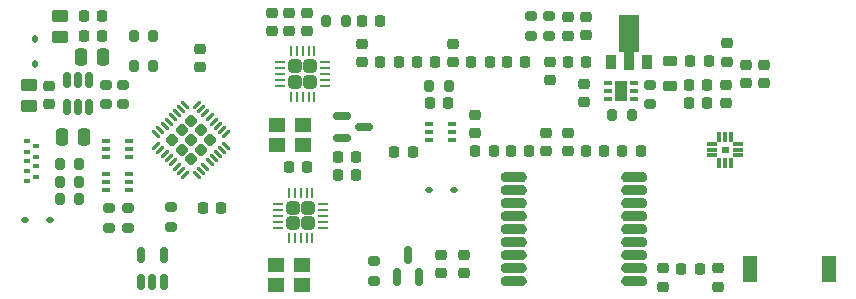
<source format=gbr>
%TF.GenerationSoftware,KiCad,Pcbnew,7.0.5-0*%
%TF.CreationDate,2024-02-03T13:41:04-08:00*%
%TF.ProjectId,transponder-11.9.1,7472616e-7370-46f6-9e64-65722d31312e,rev?*%
%TF.SameCoordinates,Original*%
%TF.FileFunction,Paste,Top*%
%TF.FilePolarity,Positive*%
%FSLAX46Y46*%
G04 Gerber Fmt 4.6, Leading zero omitted, Abs format (unit mm)*
G04 Created by KiCad (PCBNEW 7.0.5-0) date 2024-02-03 13:41:04*
%MOMM*%
%LPD*%
G01*
G04 APERTURE LIST*
G04 Aperture macros list*
%AMRoundRect*
0 Rectangle with rounded corners*
0 $1 Rounding radius*
0 $2 $3 $4 $5 $6 $7 $8 $9 X,Y pos of 4 corners*
0 Add a 4 corners polygon primitive as box body*
4,1,4,$2,$3,$4,$5,$6,$7,$8,$9,$2,$3,0*
0 Add four circle primitives for the rounded corners*
1,1,$1+$1,$2,$3*
1,1,$1+$1,$4,$5*
1,1,$1+$1,$6,$7*
1,1,$1+$1,$8,$9*
0 Add four rect primitives between the rounded corners*
20,1,$1+$1,$2,$3,$4,$5,0*
20,1,$1+$1,$4,$5,$6,$7,0*
20,1,$1+$1,$6,$7,$8,$9,0*
20,1,$1+$1,$8,$9,$2,$3,0*%
%AMFreePoly0*
4,1,9,3.862500,-0.866500,0.737500,-0.866500,0.737500,-0.450000,-0.737500,-0.450000,-0.737500,0.450000,0.737500,0.450000,0.737500,0.866500,3.862500,0.866500,3.862500,-0.866500,3.862500,-0.866500,$1*%
G04 Aperture macros list end*
%ADD10C,0.010000*%
%ADD11C,0.000100*%
%ADD12RoundRect,0.225000X-0.250000X0.225000X-0.250000X-0.225000X0.250000X-0.225000X0.250000X0.225000X0*%
%ADD13R,0.650000X0.400000*%
%ADD14R,0.650000X0.350000*%
%ADD15R,1.100000X1.700000*%
%ADD16RoundRect,0.225000X0.250000X-0.225000X0.250000X0.225000X-0.250000X0.225000X-0.250000X-0.225000X0*%
%ADD17RoundRect,0.225000X-0.225000X-0.250000X0.225000X-0.250000X0.225000X0.250000X-0.225000X0.250000X0*%
%ADD18RoundRect,0.250000X-0.450000X0.262500X-0.450000X-0.262500X0.450000X-0.262500X0.450000X0.262500X0*%
%ADD19RoundRect,0.006600X0.393400X0.103400X-0.393400X0.103400X-0.393400X-0.103400X0.393400X-0.103400X0*%
%ADD20RoundRect,0.017600X0.092400X0.382400X-0.092400X0.382400X-0.092400X-0.382400X0.092400X-0.382400X0*%
%ADD21RoundRect,0.225000X0.225000X0.250000X-0.225000X0.250000X-0.225000X-0.250000X0.225000X-0.250000X0*%
%ADD22RoundRect,0.218750X0.381250X-0.218750X0.381250X0.218750X-0.381250X0.218750X-0.381250X-0.218750X0*%
%ADD23RoundRect,0.200000X0.275000X-0.200000X0.275000X0.200000X-0.275000X0.200000X-0.275000X-0.200000X0*%
%ADD24R,1.400000X1.200000*%
%ADD25RoundRect,0.218750X0.256250X-0.218750X0.256250X0.218750X-0.256250X0.218750X-0.256250X-0.218750X0*%
%ADD26RoundRect,0.218750X-0.218750X-0.256250X0.218750X-0.256250X0.218750X0.256250X-0.218750X0.256250X0*%
%ADD27RoundRect,0.150000X-0.587500X-0.150000X0.587500X-0.150000X0.587500X0.150000X-0.587500X0.150000X0*%
%ADD28RoundRect,0.112500X0.112500X-0.187500X0.112500X0.187500X-0.112500X0.187500X-0.112500X-0.187500X0*%
%ADD29RoundRect,0.200000X-0.275000X0.200000X-0.275000X-0.200000X0.275000X-0.200000X0.275000X0.200000X0*%
%ADD30RoundRect,0.150000X0.150000X-0.587500X0.150000X0.587500X-0.150000X0.587500X-0.150000X-0.587500X0*%
%ADD31R,0.508000X0.304800*%
%ADD32RoundRect,0.200000X0.200000X0.275000X-0.200000X0.275000X-0.200000X-0.275000X0.200000X-0.275000X0*%
%ADD33RoundRect,0.218750X-0.256250X0.218750X-0.256250X-0.218750X0.256250X-0.218750X0.256250X0.218750X0*%
%ADD34RoundRect,0.112500X0.187500X0.112500X-0.187500X0.112500X-0.187500X-0.112500X0.187500X-0.112500X0*%
%ADD35RoundRect,0.200000X-0.200000X-0.275000X0.200000X-0.275000X0.200000X0.275000X-0.200000X0.275000X0*%
%ADD36RoundRect,0.232500X0.328805X0.000000X0.000000X0.328805X-0.328805X0.000000X0.000000X-0.328805X0*%
%ADD37RoundRect,0.062500X0.309359X-0.220971X-0.220971X0.309359X-0.309359X0.220971X0.220971X-0.309359X0*%
%ADD38RoundRect,0.062500X0.309359X0.220971X0.220971X0.309359X-0.309359X-0.220971X-0.220971X-0.309359X0*%
%ADD39RoundRect,0.250000X-0.250000X-0.475000X0.250000X-0.475000X0.250000X0.475000X-0.250000X0.475000X0*%
%ADD40RoundRect,0.250000X0.315000X0.315000X-0.315000X0.315000X-0.315000X-0.315000X0.315000X-0.315000X0*%
%ADD41RoundRect,0.062500X0.362500X0.062500X-0.362500X0.062500X-0.362500X-0.062500X0.362500X-0.062500X0*%
%ADD42RoundRect,0.062500X0.062500X0.362500X-0.062500X0.362500X-0.062500X-0.362500X0.062500X-0.362500X0*%
%ADD43RoundRect,0.150000X0.150000X-0.512500X0.150000X0.512500X-0.150000X0.512500X-0.150000X-0.512500X0*%
%ADD44R,1.168400X2.209800*%
%ADD45R,0.900000X1.300000*%
%ADD46FreePoly0,90.000000*%
%ADD47RoundRect,0.218750X0.218750X0.256250X-0.218750X0.256250X-0.218750X-0.256250X0.218750X-0.256250X0*%
G04 APERTURE END LIST*
%TO.C,U8*%
D10*
X181280000Y-101440000D02*
X180800000Y-101440000D01*
X180800000Y-100960000D01*
X181280000Y-100960000D01*
X181280000Y-101440000D01*
G36*
X181280000Y-101440000D02*
G01*
X180800000Y-101440000D01*
X180800000Y-100960000D01*
X181280000Y-100960000D01*
X181280000Y-101440000D01*
G37*
%TO.C,U4*%
D11*
X163792000Y-103102000D02*
X163833000Y-103109000D01*
X163874000Y-103120000D01*
X163913000Y-103135000D01*
X163950000Y-103154000D01*
X163985000Y-103176000D01*
X164018000Y-103203000D01*
X164047000Y-103232000D01*
X164074000Y-103265000D01*
X164096000Y-103300000D01*
X164115000Y-103337000D01*
X164130000Y-103376000D01*
X164141000Y-103417000D01*
X164148000Y-103458000D01*
X164150000Y-103500000D01*
X164148000Y-103542000D01*
X164141000Y-103583000D01*
X164130000Y-103624000D01*
X164115000Y-103663000D01*
X164096000Y-103700000D01*
X164074000Y-103735000D01*
X164047000Y-103768000D01*
X164018000Y-103797000D01*
X163985000Y-103824000D01*
X163950000Y-103846000D01*
X163913000Y-103865000D01*
X163874000Y-103880000D01*
X163833000Y-103891000D01*
X163792000Y-103898000D01*
X163750000Y-103900000D01*
X162450000Y-103900000D01*
X162408000Y-103898000D01*
X162367000Y-103891000D01*
X162326000Y-103880000D01*
X162287000Y-103865000D01*
X162250000Y-103846000D01*
X162215000Y-103824000D01*
X162182000Y-103797000D01*
X162153000Y-103768000D01*
X162126000Y-103735000D01*
X162104000Y-103700000D01*
X162085000Y-103663000D01*
X162070000Y-103624000D01*
X162059000Y-103583000D01*
X162052000Y-103542000D01*
X162050000Y-103500000D01*
X162052000Y-103458000D01*
X162059000Y-103417000D01*
X162070000Y-103376000D01*
X162085000Y-103337000D01*
X162104000Y-103300000D01*
X162126000Y-103265000D01*
X162153000Y-103232000D01*
X162182000Y-103203000D01*
X162215000Y-103176000D01*
X162250000Y-103154000D01*
X162287000Y-103135000D01*
X162326000Y-103120000D01*
X162367000Y-103109000D01*
X162408000Y-103102000D01*
X162450000Y-103100000D01*
X163100000Y-103100000D01*
X163750000Y-103100000D01*
X163792000Y-103102000D01*
G36*
X163792000Y-103102000D02*
G01*
X163833000Y-103109000D01*
X163874000Y-103120000D01*
X163913000Y-103135000D01*
X163950000Y-103154000D01*
X163985000Y-103176000D01*
X164018000Y-103203000D01*
X164047000Y-103232000D01*
X164074000Y-103265000D01*
X164096000Y-103300000D01*
X164115000Y-103337000D01*
X164130000Y-103376000D01*
X164141000Y-103417000D01*
X164148000Y-103458000D01*
X164150000Y-103500000D01*
X164148000Y-103542000D01*
X164141000Y-103583000D01*
X164130000Y-103624000D01*
X164115000Y-103663000D01*
X164096000Y-103700000D01*
X164074000Y-103735000D01*
X164047000Y-103768000D01*
X164018000Y-103797000D01*
X163985000Y-103824000D01*
X163950000Y-103846000D01*
X163913000Y-103865000D01*
X163874000Y-103880000D01*
X163833000Y-103891000D01*
X163792000Y-103898000D01*
X163750000Y-103900000D01*
X162450000Y-103900000D01*
X162408000Y-103898000D01*
X162367000Y-103891000D01*
X162326000Y-103880000D01*
X162287000Y-103865000D01*
X162250000Y-103846000D01*
X162215000Y-103824000D01*
X162182000Y-103797000D01*
X162153000Y-103768000D01*
X162126000Y-103735000D01*
X162104000Y-103700000D01*
X162085000Y-103663000D01*
X162070000Y-103624000D01*
X162059000Y-103583000D01*
X162052000Y-103542000D01*
X162050000Y-103500000D01*
X162052000Y-103458000D01*
X162059000Y-103417000D01*
X162070000Y-103376000D01*
X162085000Y-103337000D01*
X162104000Y-103300000D01*
X162126000Y-103265000D01*
X162153000Y-103232000D01*
X162182000Y-103203000D01*
X162215000Y-103176000D01*
X162250000Y-103154000D01*
X162287000Y-103135000D01*
X162326000Y-103120000D01*
X162367000Y-103109000D01*
X162408000Y-103102000D01*
X162450000Y-103100000D01*
X163100000Y-103100000D01*
X163750000Y-103100000D01*
X163792000Y-103102000D01*
G37*
X163792000Y-104202000D02*
X163833000Y-104209000D01*
X163874000Y-104220000D01*
X163913000Y-104235000D01*
X163950000Y-104254000D01*
X163985000Y-104276000D01*
X164018000Y-104303000D01*
X164047000Y-104332000D01*
X164074000Y-104365000D01*
X164096000Y-104400000D01*
X164115000Y-104437000D01*
X164130000Y-104476000D01*
X164141000Y-104517000D01*
X164148000Y-104558000D01*
X164150000Y-104600000D01*
X164148000Y-104642000D01*
X164141000Y-104683000D01*
X164130000Y-104724000D01*
X164115000Y-104763000D01*
X164096000Y-104800000D01*
X164074000Y-104835000D01*
X164047000Y-104868000D01*
X164018000Y-104897000D01*
X163985000Y-104924000D01*
X163950000Y-104946000D01*
X163913000Y-104965000D01*
X163874000Y-104980000D01*
X163833000Y-104991000D01*
X163792000Y-104998000D01*
X163750000Y-105000000D01*
X162450000Y-105000000D01*
X162408000Y-104998000D01*
X162367000Y-104991000D01*
X162326000Y-104980000D01*
X162287000Y-104965000D01*
X162250000Y-104946000D01*
X162215000Y-104924000D01*
X162182000Y-104897000D01*
X162153000Y-104868000D01*
X162126000Y-104835000D01*
X162104000Y-104800000D01*
X162085000Y-104763000D01*
X162070000Y-104724000D01*
X162059000Y-104683000D01*
X162052000Y-104642000D01*
X162050000Y-104600000D01*
X162052000Y-104558000D01*
X162059000Y-104517000D01*
X162070000Y-104476000D01*
X162085000Y-104437000D01*
X162104000Y-104400000D01*
X162126000Y-104365000D01*
X162153000Y-104332000D01*
X162182000Y-104303000D01*
X162215000Y-104276000D01*
X162250000Y-104254000D01*
X162287000Y-104235000D01*
X162326000Y-104220000D01*
X162367000Y-104209000D01*
X162408000Y-104202000D01*
X162450000Y-104200000D01*
X163100000Y-104200000D01*
X163750000Y-104200000D01*
X163792000Y-104202000D01*
G36*
X163792000Y-104202000D02*
G01*
X163833000Y-104209000D01*
X163874000Y-104220000D01*
X163913000Y-104235000D01*
X163950000Y-104254000D01*
X163985000Y-104276000D01*
X164018000Y-104303000D01*
X164047000Y-104332000D01*
X164074000Y-104365000D01*
X164096000Y-104400000D01*
X164115000Y-104437000D01*
X164130000Y-104476000D01*
X164141000Y-104517000D01*
X164148000Y-104558000D01*
X164150000Y-104600000D01*
X164148000Y-104642000D01*
X164141000Y-104683000D01*
X164130000Y-104724000D01*
X164115000Y-104763000D01*
X164096000Y-104800000D01*
X164074000Y-104835000D01*
X164047000Y-104868000D01*
X164018000Y-104897000D01*
X163985000Y-104924000D01*
X163950000Y-104946000D01*
X163913000Y-104965000D01*
X163874000Y-104980000D01*
X163833000Y-104991000D01*
X163792000Y-104998000D01*
X163750000Y-105000000D01*
X162450000Y-105000000D01*
X162408000Y-104998000D01*
X162367000Y-104991000D01*
X162326000Y-104980000D01*
X162287000Y-104965000D01*
X162250000Y-104946000D01*
X162215000Y-104924000D01*
X162182000Y-104897000D01*
X162153000Y-104868000D01*
X162126000Y-104835000D01*
X162104000Y-104800000D01*
X162085000Y-104763000D01*
X162070000Y-104724000D01*
X162059000Y-104683000D01*
X162052000Y-104642000D01*
X162050000Y-104600000D01*
X162052000Y-104558000D01*
X162059000Y-104517000D01*
X162070000Y-104476000D01*
X162085000Y-104437000D01*
X162104000Y-104400000D01*
X162126000Y-104365000D01*
X162153000Y-104332000D01*
X162182000Y-104303000D01*
X162215000Y-104276000D01*
X162250000Y-104254000D01*
X162287000Y-104235000D01*
X162326000Y-104220000D01*
X162367000Y-104209000D01*
X162408000Y-104202000D01*
X162450000Y-104200000D01*
X163100000Y-104200000D01*
X163750000Y-104200000D01*
X163792000Y-104202000D01*
G37*
X163792000Y-105302000D02*
X163833000Y-105309000D01*
X163874000Y-105320000D01*
X163913000Y-105335000D01*
X163950000Y-105354000D01*
X163985000Y-105376000D01*
X164018000Y-105403000D01*
X164047000Y-105432000D01*
X164074000Y-105465000D01*
X164096000Y-105500000D01*
X164115000Y-105537000D01*
X164130000Y-105576000D01*
X164141000Y-105617000D01*
X164148000Y-105658000D01*
X164150000Y-105700000D01*
X164148000Y-105742000D01*
X164141000Y-105783000D01*
X164130000Y-105824000D01*
X164115000Y-105863000D01*
X164096000Y-105900000D01*
X164074000Y-105935000D01*
X164047000Y-105968000D01*
X164018000Y-105997000D01*
X163985000Y-106024000D01*
X163950000Y-106046000D01*
X163913000Y-106065000D01*
X163874000Y-106080000D01*
X163833000Y-106091000D01*
X163792000Y-106098000D01*
X163750000Y-106100000D01*
X162450000Y-106100000D01*
X162408000Y-106098000D01*
X162367000Y-106091000D01*
X162326000Y-106080000D01*
X162287000Y-106065000D01*
X162250000Y-106046000D01*
X162215000Y-106024000D01*
X162182000Y-105997000D01*
X162153000Y-105968000D01*
X162126000Y-105935000D01*
X162104000Y-105900000D01*
X162085000Y-105863000D01*
X162070000Y-105824000D01*
X162059000Y-105783000D01*
X162052000Y-105742000D01*
X162050000Y-105700000D01*
X162052000Y-105658000D01*
X162059000Y-105617000D01*
X162070000Y-105576000D01*
X162085000Y-105537000D01*
X162104000Y-105500000D01*
X162126000Y-105465000D01*
X162153000Y-105432000D01*
X162182000Y-105403000D01*
X162215000Y-105376000D01*
X162250000Y-105354000D01*
X162287000Y-105335000D01*
X162326000Y-105320000D01*
X162367000Y-105309000D01*
X162408000Y-105302000D01*
X162450000Y-105300000D01*
X163100000Y-105300000D01*
X163750000Y-105300000D01*
X163792000Y-105302000D01*
G36*
X163792000Y-105302000D02*
G01*
X163833000Y-105309000D01*
X163874000Y-105320000D01*
X163913000Y-105335000D01*
X163950000Y-105354000D01*
X163985000Y-105376000D01*
X164018000Y-105403000D01*
X164047000Y-105432000D01*
X164074000Y-105465000D01*
X164096000Y-105500000D01*
X164115000Y-105537000D01*
X164130000Y-105576000D01*
X164141000Y-105617000D01*
X164148000Y-105658000D01*
X164150000Y-105700000D01*
X164148000Y-105742000D01*
X164141000Y-105783000D01*
X164130000Y-105824000D01*
X164115000Y-105863000D01*
X164096000Y-105900000D01*
X164074000Y-105935000D01*
X164047000Y-105968000D01*
X164018000Y-105997000D01*
X163985000Y-106024000D01*
X163950000Y-106046000D01*
X163913000Y-106065000D01*
X163874000Y-106080000D01*
X163833000Y-106091000D01*
X163792000Y-106098000D01*
X163750000Y-106100000D01*
X162450000Y-106100000D01*
X162408000Y-106098000D01*
X162367000Y-106091000D01*
X162326000Y-106080000D01*
X162287000Y-106065000D01*
X162250000Y-106046000D01*
X162215000Y-106024000D01*
X162182000Y-105997000D01*
X162153000Y-105968000D01*
X162126000Y-105935000D01*
X162104000Y-105900000D01*
X162085000Y-105863000D01*
X162070000Y-105824000D01*
X162059000Y-105783000D01*
X162052000Y-105742000D01*
X162050000Y-105700000D01*
X162052000Y-105658000D01*
X162059000Y-105617000D01*
X162070000Y-105576000D01*
X162085000Y-105537000D01*
X162104000Y-105500000D01*
X162126000Y-105465000D01*
X162153000Y-105432000D01*
X162182000Y-105403000D01*
X162215000Y-105376000D01*
X162250000Y-105354000D01*
X162287000Y-105335000D01*
X162326000Y-105320000D01*
X162367000Y-105309000D01*
X162408000Y-105302000D01*
X162450000Y-105300000D01*
X163100000Y-105300000D01*
X163750000Y-105300000D01*
X163792000Y-105302000D01*
G37*
X163792000Y-106402000D02*
X163833000Y-106409000D01*
X163874000Y-106420000D01*
X163913000Y-106435000D01*
X163950000Y-106454000D01*
X163985000Y-106476000D01*
X164018000Y-106503000D01*
X164047000Y-106532000D01*
X164074000Y-106565000D01*
X164096000Y-106600000D01*
X164115000Y-106637000D01*
X164130000Y-106676000D01*
X164141000Y-106717000D01*
X164148000Y-106758000D01*
X164150000Y-106800000D01*
X164148000Y-106842000D01*
X164141000Y-106883000D01*
X164130000Y-106924000D01*
X164115000Y-106963000D01*
X164096000Y-107000000D01*
X164074000Y-107035000D01*
X164047000Y-107068000D01*
X164018000Y-107097000D01*
X163985000Y-107124000D01*
X163950000Y-107146000D01*
X163913000Y-107165000D01*
X163874000Y-107180000D01*
X163833000Y-107191000D01*
X163792000Y-107198000D01*
X163750000Y-107200000D01*
X162450000Y-107200000D01*
X162408000Y-107198000D01*
X162367000Y-107191000D01*
X162326000Y-107180000D01*
X162287000Y-107165000D01*
X162250000Y-107146000D01*
X162215000Y-107124000D01*
X162182000Y-107097000D01*
X162153000Y-107068000D01*
X162126000Y-107035000D01*
X162104000Y-107000000D01*
X162085000Y-106963000D01*
X162070000Y-106924000D01*
X162059000Y-106883000D01*
X162052000Y-106842000D01*
X162050000Y-106800000D01*
X162052000Y-106758000D01*
X162059000Y-106717000D01*
X162070000Y-106676000D01*
X162085000Y-106637000D01*
X162104000Y-106600000D01*
X162126000Y-106565000D01*
X162153000Y-106532000D01*
X162182000Y-106503000D01*
X162215000Y-106476000D01*
X162250000Y-106454000D01*
X162287000Y-106435000D01*
X162326000Y-106420000D01*
X162367000Y-106409000D01*
X162408000Y-106402000D01*
X162450000Y-106400000D01*
X163100000Y-106400000D01*
X163750000Y-106400000D01*
X163792000Y-106402000D01*
G36*
X163792000Y-106402000D02*
G01*
X163833000Y-106409000D01*
X163874000Y-106420000D01*
X163913000Y-106435000D01*
X163950000Y-106454000D01*
X163985000Y-106476000D01*
X164018000Y-106503000D01*
X164047000Y-106532000D01*
X164074000Y-106565000D01*
X164096000Y-106600000D01*
X164115000Y-106637000D01*
X164130000Y-106676000D01*
X164141000Y-106717000D01*
X164148000Y-106758000D01*
X164150000Y-106800000D01*
X164148000Y-106842000D01*
X164141000Y-106883000D01*
X164130000Y-106924000D01*
X164115000Y-106963000D01*
X164096000Y-107000000D01*
X164074000Y-107035000D01*
X164047000Y-107068000D01*
X164018000Y-107097000D01*
X163985000Y-107124000D01*
X163950000Y-107146000D01*
X163913000Y-107165000D01*
X163874000Y-107180000D01*
X163833000Y-107191000D01*
X163792000Y-107198000D01*
X163750000Y-107200000D01*
X162450000Y-107200000D01*
X162408000Y-107198000D01*
X162367000Y-107191000D01*
X162326000Y-107180000D01*
X162287000Y-107165000D01*
X162250000Y-107146000D01*
X162215000Y-107124000D01*
X162182000Y-107097000D01*
X162153000Y-107068000D01*
X162126000Y-107035000D01*
X162104000Y-107000000D01*
X162085000Y-106963000D01*
X162070000Y-106924000D01*
X162059000Y-106883000D01*
X162052000Y-106842000D01*
X162050000Y-106800000D01*
X162052000Y-106758000D01*
X162059000Y-106717000D01*
X162070000Y-106676000D01*
X162085000Y-106637000D01*
X162104000Y-106600000D01*
X162126000Y-106565000D01*
X162153000Y-106532000D01*
X162182000Y-106503000D01*
X162215000Y-106476000D01*
X162250000Y-106454000D01*
X162287000Y-106435000D01*
X162326000Y-106420000D01*
X162367000Y-106409000D01*
X162408000Y-106402000D01*
X162450000Y-106400000D01*
X163100000Y-106400000D01*
X163750000Y-106400000D01*
X163792000Y-106402000D01*
G37*
X163792000Y-107502000D02*
X163833000Y-107509000D01*
X163874000Y-107520000D01*
X163913000Y-107535000D01*
X163950000Y-107554000D01*
X163985000Y-107576000D01*
X164018000Y-107603000D01*
X164047000Y-107632000D01*
X164074000Y-107665000D01*
X164096000Y-107700000D01*
X164115000Y-107737000D01*
X164130000Y-107776000D01*
X164141000Y-107817000D01*
X164148000Y-107858000D01*
X164150000Y-107900000D01*
X164148000Y-107942000D01*
X164141000Y-107983000D01*
X164130000Y-108024000D01*
X164115000Y-108063000D01*
X164096000Y-108100000D01*
X164074000Y-108135000D01*
X164047000Y-108168000D01*
X164018000Y-108197000D01*
X163985000Y-108224000D01*
X163950000Y-108246000D01*
X163913000Y-108265000D01*
X163874000Y-108280000D01*
X163833000Y-108291000D01*
X163792000Y-108298000D01*
X163750000Y-108300000D01*
X162450000Y-108300000D01*
X162408000Y-108298000D01*
X162367000Y-108291000D01*
X162326000Y-108280000D01*
X162287000Y-108265000D01*
X162250000Y-108246000D01*
X162215000Y-108224000D01*
X162182000Y-108197000D01*
X162153000Y-108168000D01*
X162126000Y-108135000D01*
X162104000Y-108100000D01*
X162085000Y-108063000D01*
X162070000Y-108024000D01*
X162059000Y-107983000D01*
X162052000Y-107942000D01*
X162050000Y-107900000D01*
X162052000Y-107858000D01*
X162059000Y-107817000D01*
X162070000Y-107776000D01*
X162085000Y-107737000D01*
X162104000Y-107700000D01*
X162126000Y-107665000D01*
X162153000Y-107632000D01*
X162182000Y-107603000D01*
X162215000Y-107576000D01*
X162250000Y-107554000D01*
X162287000Y-107535000D01*
X162326000Y-107520000D01*
X162367000Y-107509000D01*
X162408000Y-107502000D01*
X162450000Y-107500000D01*
X163100000Y-107500000D01*
X163750000Y-107500000D01*
X163792000Y-107502000D01*
G36*
X163792000Y-107502000D02*
G01*
X163833000Y-107509000D01*
X163874000Y-107520000D01*
X163913000Y-107535000D01*
X163950000Y-107554000D01*
X163985000Y-107576000D01*
X164018000Y-107603000D01*
X164047000Y-107632000D01*
X164074000Y-107665000D01*
X164096000Y-107700000D01*
X164115000Y-107737000D01*
X164130000Y-107776000D01*
X164141000Y-107817000D01*
X164148000Y-107858000D01*
X164150000Y-107900000D01*
X164148000Y-107942000D01*
X164141000Y-107983000D01*
X164130000Y-108024000D01*
X164115000Y-108063000D01*
X164096000Y-108100000D01*
X164074000Y-108135000D01*
X164047000Y-108168000D01*
X164018000Y-108197000D01*
X163985000Y-108224000D01*
X163950000Y-108246000D01*
X163913000Y-108265000D01*
X163874000Y-108280000D01*
X163833000Y-108291000D01*
X163792000Y-108298000D01*
X163750000Y-108300000D01*
X162450000Y-108300000D01*
X162408000Y-108298000D01*
X162367000Y-108291000D01*
X162326000Y-108280000D01*
X162287000Y-108265000D01*
X162250000Y-108246000D01*
X162215000Y-108224000D01*
X162182000Y-108197000D01*
X162153000Y-108168000D01*
X162126000Y-108135000D01*
X162104000Y-108100000D01*
X162085000Y-108063000D01*
X162070000Y-108024000D01*
X162059000Y-107983000D01*
X162052000Y-107942000D01*
X162050000Y-107900000D01*
X162052000Y-107858000D01*
X162059000Y-107817000D01*
X162070000Y-107776000D01*
X162085000Y-107737000D01*
X162104000Y-107700000D01*
X162126000Y-107665000D01*
X162153000Y-107632000D01*
X162182000Y-107603000D01*
X162215000Y-107576000D01*
X162250000Y-107554000D01*
X162287000Y-107535000D01*
X162326000Y-107520000D01*
X162367000Y-107509000D01*
X162408000Y-107502000D01*
X162450000Y-107500000D01*
X163100000Y-107500000D01*
X163750000Y-107500000D01*
X163792000Y-107502000D01*
G37*
X163792000Y-108602000D02*
X163833000Y-108609000D01*
X163874000Y-108620000D01*
X163913000Y-108635000D01*
X163950000Y-108654000D01*
X163985000Y-108676000D01*
X164018000Y-108703000D01*
X164047000Y-108732000D01*
X164074000Y-108765000D01*
X164096000Y-108800000D01*
X164115000Y-108837000D01*
X164130000Y-108876000D01*
X164141000Y-108917000D01*
X164148000Y-108958000D01*
X164150000Y-109000000D01*
X164148000Y-109042000D01*
X164141000Y-109083000D01*
X164130000Y-109124000D01*
X164115000Y-109163000D01*
X164096000Y-109200000D01*
X164074000Y-109235000D01*
X164047000Y-109268000D01*
X164018000Y-109297000D01*
X163985000Y-109324000D01*
X163950000Y-109346000D01*
X163913000Y-109365000D01*
X163874000Y-109380000D01*
X163833000Y-109391000D01*
X163792000Y-109398000D01*
X163750000Y-109400000D01*
X162450000Y-109400000D01*
X162408000Y-109398000D01*
X162367000Y-109391000D01*
X162326000Y-109380000D01*
X162287000Y-109365000D01*
X162250000Y-109346000D01*
X162215000Y-109324000D01*
X162182000Y-109297000D01*
X162153000Y-109268000D01*
X162126000Y-109235000D01*
X162104000Y-109200000D01*
X162085000Y-109163000D01*
X162070000Y-109124000D01*
X162059000Y-109083000D01*
X162052000Y-109042000D01*
X162050000Y-109000000D01*
X162052000Y-108958000D01*
X162059000Y-108917000D01*
X162070000Y-108876000D01*
X162085000Y-108837000D01*
X162104000Y-108800000D01*
X162126000Y-108765000D01*
X162153000Y-108732000D01*
X162182000Y-108703000D01*
X162215000Y-108676000D01*
X162250000Y-108654000D01*
X162287000Y-108635000D01*
X162326000Y-108620000D01*
X162367000Y-108609000D01*
X162408000Y-108602000D01*
X162450000Y-108600000D01*
X163100000Y-108600000D01*
X163750000Y-108600000D01*
X163792000Y-108602000D01*
G36*
X163792000Y-108602000D02*
G01*
X163833000Y-108609000D01*
X163874000Y-108620000D01*
X163913000Y-108635000D01*
X163950000Y-108654000D01*
X163985000Y-108676000D01*
X164018000Y-108703000D01*
X164047000Y-108732000D01*
X164074000Y-108765000D01*
X164096000Y-108800000D01*
X164115000Y-108837000D01*
X164130000Y-108876000D01*
X164141000Y-108917000D01*
X164148000Y-108958000D01*
X164150000Y-109000000D01*
X164148000Y-109042000D01*
X164141000Y-109083000D01*
X164130000Y-109124000D01*
X164115000Y-109163000D01*
X164096000Y-109200000D01*
X164074000Y-109235000D01*
X164047000Y-109268000D01*
X164018000Y-109297000D01*
X163985000Y-109324000D01*
X163950000Y-109346000D01*
X163913000Y-109365000D01*
X163874000Y-109380000D01*
X163833000Y-109391000D01*
X163792000Y-109398000D01*
X163750000Y-109400000D01*
X162450000Y-109400000D01*
X162408000Y-109398000D01*
X162367000Y-109391000D01*
X162326000Y-109380000D01*
X162287000Y-109365000D01*
X162250000Y-109346000D01*
X162215000Y-109324000D01*
X162182000Y-109297000D01*
X162153000Y-109268000D01*
X162126000Y-109235000D01*
X162104000Y-109200000D01*
X162085000Y-109163000D01*
X162070000Y-109124000D01*
X162059000Y-109083000D01*
X162052000Y-109042000D01*
X162050000Y-109000000D01*
X162052000Y-108958000D01*
X162059000Y-108917000D01*
X162070000Y-108876000D01*
X162085000Y-108837000D01*
X162104000Y-108800000D01*
X162126000Y-108765000D01*
X162153000Y-108732000D01*
X162182000Y-108703000D01*
X162215000Y-108676000D01*
X162250000Y-108654000D01*
X162287000Y-108635000D01*
X162326000Y-108620000D01*
X162367000Y-108609000D01*
X162408000Y-108602000D01*
X162450000Y-108600000D01*
X163100000Y-108600000D01*
X163750000Y-108600000D01*
X163792000Y-108602000D01*
G37*
X163792000Y-109702000D02*
X163833000Y-109709000D01*
X163874000Y-109720000D01*
X163913000Y-109735000D01*
X163950000Y-109754000D01*
X163985000Y-109776000D01*
X164018000Y-109803000D01*
X164047000Y-109832000D01*
X164074000Y-109865000D01*
X164096000Y-109900000D01*
X164115000Y-109937000D01*
X164130000Y-109976000D01*
X164141000Y-110017000D01*
X164148000Y-110058000D01*
X164150000Y-110100000D01*
X164148000Y-110142000D01*
X164141000Y-110183000D01*
X164130000Y-110224000D01*
X164115000Y-110263000D01*
X164096000Y-110300000D01*
X164074000Y-110335000D01*
X164047000Y-110368000D01*
X164018000Y-110397000D01*
X163985000Y-110424000D01*
X163950000Y-110446000D01*
X163913000Y-110465000D01*
X163874000Y-110480000D01*
X163833000Y-110491000D01*
X163792000Y-110498000D01*
X163750000Y-110500000D01*
X162450000Y-110500000D01*
X162408000Y-110498000D01*
X162367000Y-110491000D01*
X162326000Y-110480000D01*
X162287000Y-110465000D01*
X162250000Y-110446000D01*
X162215000Y-110424000D01*
X162182000Y-110397000D01*
X162153000Y-110368000D01*
X162126000Y-110335000D01*
X162104000Y-110300000D01*
X162085000Y-110263000D01*
X162070000Y-110224000D01*
X162059000Y-110183000D01*
X162052000Y-110142000D01*
X162050000Y-110100000D01*
X162052000Y-110058000D01*
X162059000Y-110017000D01*
X162070000Y-109976000D01*
X162085000Y-109937000D01*
X162104000Y-109900000D01*
X162126000Y-109865000D01*
X162153000Y-109832000D01*
X162182000Y-109803000D01*
X162215000Y-109776000D01*
X162250000Y-109754000D01*
X162287000Y-109735000D01*
X162326000Y-109720000D01*
X162367000Y-109709000D01*
X162408000Y-109702000D01*
X162450000Y-109700000D01*
X163100000Y-109700000D01*
X163750000Y-109700000D01*
X163792000Y-109702000D01*
G36*
X163792000Y-109702000D02*
G01*
X163833000Y-109709000D01*
X163874000Y-109720000D01*
X163913000Y-109735000D01*
X163950000Y-109754000D01*
X163985000Y-109776000D01*
X164018000Y-109803000D01*
X164047000Y-109832000D01*
X164074000Y-109865000D01*
X164096000Y-109900000D01*
X164115000Y-109937000D01*
X164130000Y-109976000D01*
X164141000Y-110017000D01*
X164148000Y-110058000D01*
X164150000Y-110100000D01*
X164148000Y-110142000D01*
X164141000Y-110183000D01*
X164130000Y-110224000D01*
X164115000Y-110263000D01*
X164096000Y-110300000D01*
X164074000Y-110335000D01*
X164047000Y-110368000D01*
X164018000Y-110397000D01*
X163985000Y-110424000D01*
X163950000Y-110446000D01*
X163913000Y-110465000D01*
X163874000Y-110480000D01*
X163833000Y-110491000D01*
X163792000Y-110498000D01*
X163750000Y-110500000D01*
X162450000Y-110500000D01*
X162408000Y-110498000D01*
X162367000Y-110491000D01*
X162326000Y-110480000D01*
X162287000Y-110465000D01*
X162250000Y-110446000D01*
X162215000Y-110424000D01*
X162182000Y-110397000D01*
X162153000Y-110368000D01*
X162126000Y-110335000D01*
X162104000Y-110300000D01*
X162085000Y-110263000D01*
X162070000Y-110224000D01*
X162059000Y-110183000D01*
X162052000Y-110142000D01*
X162050000Y-110100000D01*
X162052000Y-110058000D01*
X162059000Y-110017000D01*
X162070000Y-109976000D01*
X162085000Y-109937000D01*
X162104000Y-109900000D01*
X162126000Y-109865000D01*
X162153000Y-109832000D01*
X162182000Y-109803000D01*
X162215000Y-109776000D01*
X162250000Y-109754000D01*
X162287000Y-109735000D01*
X162326000Y-109720000D01*
X162367000Y-109709000D01*
X162408000Y-109702000D01*
X162450000Y-109700000D01*
X163100000Y-109700000D01*
X163750000Y-109700000D01*
X163792000Y-109702000D01*
G37*
X163792000Y-110802000D02*
X163833000Y-110809000D01*
X163874000Y-110820000D01*
X163913000Y-110835000D01*
X163950000Y-110854000D01*
X163985000Y-110876000D01*
X164018000Y-110903000D01*
X164047000Y-110932000D01*
X164074000Y-110965000D01*
X164096000Y-111000000D01*
X164115000Y-111037000D01*
X164130000Y-111076000D01*
X164141000Y-111117000D01*
X164148000Y-111158000D01*
X164150000Y-111200000D01*
X164148000Y-111242000D01*
X164141000Y-111283000D01*
X164130000Y-111324000D01*
X164115000Y-111363000D01*
X164096000Y-111400000D01*
X164074000Y-111435000D01*
X164047000Y-111468000D01*
X164018000Y-111497000D01*
X163985000Y-111524000D01*
X163950000Y-111546000D01*
X163913000Y-111565000D01*
X163874000Y-111580000D01*
X163833000Y-111591000D01*
X163792000Y-111598000D01*
X163750000Y-111600000D01*
X162450000Y-111600000D01*
X162408000Y-111598000D01*
X162367000Y-111591000D01*
X162326000Y-111580000D01*
X162287000Y-111565000D01*
X162250000Y-111546000D01*
X162215000Y-111524000D01*
X162182000Y-111497000D01*
X162153000Y-111468000D01*
X162126000Y-111435000D01*
X162104000Y-111400000D01*
X162085000Y-111363000D01*
X162070000Y-111324000D01*
X162059000Y-111283000D01*
X162052000Y-111242000D01*
X162050000Y-111200000D01*
X162052000Y-111158000D01*
X162059000Y-111117000D01*
X162070000Y-111076000D01*
X162085000Y-111037000D01*
X162104000Y-111000000D01*
X162126000Y-110965000D01*
X162153000Y-110932000D01*
X162182000Y-110903000D01*
X162215000Y-110876000D01*
X162250000Y-110854000D01*
X162287000Y-110835000D01*
X162326000Y-110820000D01*
X162367000Y-110809000D01*
X162408000Y-110802000D01*
X162450000Y-110800000D01*
X163100000Y-110800000D01*
X163750000Y-110800000D01*
X163792000Y-110802000D01*
G36*
X163792000Y-110802000D02*
G01*
X163833000Y-110809000D01*
X163874000Y-110820000D01*
X163913000Y-110835000D01*
X163950000Y-110854000D01*
X163985000Y-110876000D01*
X164018000Y-110903000D01*
X164047000Y-110932000D01*
X164074000Y-110965000D01*
X164096000Y-111000000D01*
X164115000Y-111037000D01*
X164130000Y-111076000D01*
X164141000Y-111117000D01*
X164148000Y-111158000D01*
X164150000Y-111200000D01*
X164148000Y-111242000D01*
X164141000Y-111283000D01*
X164130000Y-111324000D01*
X164115000Y-111363000D01*
X164096000Y-111400000D01*
X164074000Y-111435000D01*
X164047000Y-111468000D01*
X164018000Y-111497000D01*
X163985000Y-111524000D01*
X163950000Y-111546000D01*
X163913000Y-111565000D01*
X163874000Y-111580000D01*
X163833000Y-111591000D01*
X163792000Y-111598000D01*
X163750000Y-111600000D01*
X162450000Y-111600000D01*
X162408000Y-111598000D01*
X162367000Y-111591000D01*
X162326000Y-111580000D01*
X162287000Y-111565000D01*
X162250000Y-111546000D01*
X162215000Y-111524000D01*
X162182000Y-111497000D01*
X162153000Y-111468000D01*
X162126000Y-111435000D01*
X162104000Y-111400000D01*
X162085000Y-111363000D01*
X162070000Y-111324000D01*
X162059000Y-111283000D01*
X162052000Y-111242000D01*
X162050000Y-111200000D01*
X162052000Y-111158000D01*
X162059000Y-111117000D01*
X162070000Y-111076000D01*
X162085000Y-111037000D01*
X162104000Y-111000000D01*
X162126000Y-110965000D01*
X162153000Y-110932000D01*
X162182000Y-110903000D01*
X162215000Y-110876000D01*
X162250000Y-110854000D01*
X162287000Y-110835000D01*
X162326000Y-110820000D01*
X162367000Y-110809000D01*
X162408000Y-110802000D01*
X162450000Y-110800000D01*
X163100000Y-110800000D01*
X163750000Y-110800000D01*
X163792000Y-110802000D01*
G37*
X163792000Y-111902000D02*
X163833000Y-111909000D01*
X163874000Y-111920000D01*
X163913000Y-111935000D01*
X163950000Y-111954000D01*
X163985000Y-111976000D01*
X164018000Y-112003000D01*
X164047000Y-112032000D01*
X164074000Y-112065000D01*
X164096000Y-112100000D01*
X164115000Y-112137000D01*
X164130000Y-112176000D01*
X164141000Y-112217000D01*
X164148000Y-112258000D01*
X164150000Y-112300000D01*
X164148000Y-112342000D01*
X164141000Y-112383000D01*
X164130000Y-112424000D01*
X164115000Y-112463000D01*
X164096000Y-112500000D01*
X164074000Y-112535000D01*
X164047000Y-112568000D01*
X164018000Y-112597000D01*
X163985000Y-112624000D01*
X163950000Y-112646000D01*
X163913000Y-112665000D01*
X163874000Y-112680000D01*
X163833000Y-112691000D01*
X163792000Y-112698000D01*
X163750000Y-112700000D01*
X162450000Y-112700000D01*
X162408000Y-112698000D01*
X162367000Y-112691000D01*
X162326000Y-112680000D01*
X162287000Y-112665000D01*
X162250000Y-112646000D01*
X162215000Y-112624000D01*
X162182000Y-112597000D01*
X162153000Y-112568000D01*
X162126000Y-112535000D01*
X162104000Y-112500000D01*
X162085000Y-112463000D01*
X162070000Y-112424000D01*
X162059000Y-112383000D01*
X162052000Y-112342000D01*
X162050000Y-112300000D01*
X162052000Y-112258000D01*
X162059000Y-112217000D01*
X162070000Y-112176000D01*
X162085000Y-112137000D01*
X162104000Y-112100000D01*
X162126000Y-112065000D01*
X162153000Y-112032000D01*
X162182000Y-112003000D01*
X162215000Y-111976000D01*
X162250000Y-111954000D01*
X162287000Y-111935000D01*
X162326000Y-111920000D01*
X162367000Y-111909000D01*
X162408000Y-111902000D01*
X162450000Y-111900000D01*
X163100000Y-111900000D01*
X163750000Y-111900000D01*
X163792000Y-111902000D01*
G36*
X163792000Y-111902000D02*
G01*
X163833000Y-111909000D01*
X163874000Y-111920000D01*
X163913000Y-111935000D01*
X163950000Y-111954000D01*
X163985000Y-111976000D01*
X164018000Y-112003000D01*
X164047000Y-112032000D01*
X164074000Y-112065000D01*
X164096000Y-112100000D01*
X164115000Y-112137000D01*
X164130000Y-112176000D01*
X164141000Y-112217000D01*
X164148000Y-112258000D01*
X164150000Y-112300000D01*
X164148000Y-112342000D01*
X164141000Y-112383000D01*
X164130000Y-112424000D01*
X164115000Y-112463000D01*
X164096000Y-112500000D01*
X164074000Y-112535000D01*
X164047000Y-112568000D01*
X164018000Y-112597000D01*
X163985000Y-112624000D01*
X163950000Y-112646000D01*
X163913000Y-112665000D01*
X163874000Y-112680000D01*
X163833000Y-112691000D01*
X163792000Y-112698000D01*
X163750000Y-112700000D01*
X162450000Y-112700000D01*
X162408000Y-112698000D01*
X162367000Y-112691000D01*
X162326000Y-112680000D01*
X162287000Y-112665000D01*
X162250000Y-112646000D01*
X162215000Y-112624000D01*
X162182000Y-112597000D01*
X162153000Y-112568000D01*
X162126000Y-112535000D01*
X162104000Y-112500000D01*
X162085000Y-112463000D01*
X162070000Y-112424000D01*
X162059000Y-112383000D01*
X162052000Y-112342000D01*
X162050000Y-112300000D01*
X162052000Y-112258000D01*
X162059000Y-112217000D01*
X162070000Y-112176000D01*
X162085000Y-112137000D01*
X162104000Y-112100000D01*
X162126000Y-112065000D01*
X162153000Y-112032000D01*
X162182000Y-112003000D01*
X162215000Y-111976000D01*
X162250000Y-111954000D01*
X162287000Y-111935000D01*
X162326000Y-111920000D01*
X162367000Y-111909000D01*
X162408000Y-111902000D01*
X162450000Y-111900000D01*
X163100000Y-111900000D01*
X163750000Y-111900000D01*
X163792000Y-111902000D01*
G37*
X173992000Y-103102000D02*
X174033000Y-103109000D01*
X174074000Y-103120000D01*
X174113000Y-103135000D01*
X174150000Y-103154000D01*
X174185000Y-103176000D01*
X174218000Y-103203000D01*
X174247000Y-103232000D01*
X174274000Y-103265000D01*
X174296000Y-103300000D01*
X174315000Y-103337000D01*
X174330000Y-103376000D01*
X174341000Y-103417000D01*
X174348000Y-103458000D01*
X174350000Y-103500000D01*
X174348000Y-103542000D01*
X174341000Y-103583000D01*
X174330000Y-103624000D01*
X174315000Y-103663000D01*
X174296000Y-103700000D01*
X174274000Y-103735000D01*
X174247000Y-103768000D01*
X174218000Y-103797000D01*
X174185000Y-103824000D01*
X174150000Y-103846000D01*
X174113000Y-103865000D01*
X174074000Y-103880000D01*
X174033000Y-103891000D01*
X173992000Y-103898000D01*
X173950000Y-103900000D01*
X172650000Y-103900000D01*
X172608000Y-103898000D01*
X172567000Y-103891000D01*
X172526000Y-103880000D01*
X172487000Y-103865000D01*
X172450000Y-103846000D01*
X172415000Y-103824000D01*
X172382000Y-103797000D01*
X172353000Y-103768000D01*
X172326000Y-103735000D01*
X172304000Y-103700000D01*
X172285000Y-103663000D01*
X172270000Y-103624000D01*
X172259000Y-103583000D01*
X172252000Y-103542000D01*
X172250000Y-103500000D01*
X172252000Y-103458000D01*
X172259000Y-103417000D01*
X172270000Y-103376000D01*
X172285000Y-103337000D01*
X172304000Y-103300000D01*
X172326000Y-103265000D01*
X172353000Y-103232000D01*
X172382000Y-103203000D01*
X172415000Y-103176000D01*
X172450000Y-103154000D01*
X172487000Y-103135000D01*
X172526000Y-103120000D01*
X172567000Y-103109000D01*
X172608000Y-103102000D01*
X172650000Y-103100000D01*
X173300000Y-103100000D01*
X173950000Y-103100000D01*
X173992000Y-103102000D01*
G36*
X173992000Y-103102000D02*
G01*
X174033000Y-103109000D01*
X174074000Y-103120000D01*
X174113000Y-103135000D01*
X174150000Y-103154000D01*
X174185000Y-103176000D01*
X174218000Y-103203000D01*
X174247000Y-103232000D01*
X174274000Y-103265000D01*
X174296000Y-103300000D01*
X174315000Y-103337000D01*
X174330000Y-103376000D01*
X174341000Y-103417000D01*
X174348000Y-103458000D01*
X174350000Y-103500000D01*
X174348000Y-103542000D01*
X174341000Y-103583000D01*
X174330000Y-103624000D01*
X174315000Y-103663000D01*
X174296000Y-103700000D01*
X174274000Y-103735000D01*
X174247000Y-103768000D01*
X174218000Y-103797000D01*
X174185000Y-103824000D01*
X174150000Y-103846000D01*
X174113000Y-103865000D01*
X174074000Y-103880000D01*
X174033000Y-103891000D01*
X173992000Y-103898000D01*
X173950000Y-103900000D01*
X172650000Y-103900000D01*
X172608000Y-103898000D01*
X172567000Y-103891000D01*
X172526000Y-103880000D01*
X172487000Y-103865000D01*
X172450000Y-103846000D01*
X172415000Y-103824000D01*
X172382000Y-103797000D01*
X172353000Y-103768000D01*
X172326000Y-103735000D01*
X172304000Y-103700000D01*
X172285000Y-103663000D01*
X172270000Y-103624000D01*
X172259000Y-103583000D01*
X172252000Y-103542000D01*
X172250000Y-103500000D01*
X172252000Y-103458000D01*
X172259000Y-103417000D01*
X172270000Y-103376000D01*
X172285000Y-103337000D01*
X172304000Y-103300000D01*
X172326000Y-103265000D01*
X172353000Y-103232000D01*
X172382000Y-103203000D01*
X172415000Y-103176000D01*
X172450000Y-103154000D01*
X172487000Y-103135000D01*
X172526000Y-103120000D01*
X172567000Y-103109000D01*
X172608000Y-103102000D01*
X172650000Y-103100000D01*
X173300000Y-103100000D01*
X173950000Y-103100000D01*
X173992000Y-103102000D01*
G37*
X173992000Y-104202000D02*
X174033000Y-104209000D01*
X174074000Y-104220000D01*
X174113000Y-104235000D01*
X174150000Y-104254000D01*
X174185000Y-104276000D01*
X174218000Y-104303000D01*
X174247000Y-104332000D01*
X174274000Y-104365000D01*
X174296000Y-104400000D01*
X174315000Y-104437000D01*
X174330000Y-104476000D01*
X174341000Y-104517000D01*
X174348000Y-104558000D01*
X174350000Y-104600000D01*
X174348000Y-104642000D01*
X174341000Y-104683000D01*
X174330000Y-104724000D01*
X174315000Y-104763000D01*
X174296000Y-104800000D01*
X174274000Y-104835000D01*
X174247000Y-104868000D01*
X174218000Y-104897000D01*
X174185000Y-104924000D01*
X174150000Y-104946000D01*
X174113000Y-104965000D01*
X174074000Y-104980000D01*
X174033000Y-104991000D01*
X173992000Y-104998000D01*
X173950000Y-105000000D01*
X172650000Y-105000000D01*
X172608000Y-104998000D01*
X172567000Y-104991000D01*
X172526000Y-104980000D01*
X172487000Y-104965000D01*
X172450000Y-104946000D01*
X172415000Y-104924000D01*
X172382000Y-104897000D01*
X172353000Y-104868000D01*
X172326000Y-104835000D01*
X172304000Y-104800000D01*
X172285000Y-104763000D01*
X172270000Y-104724000D01*
X172259000Y-104683000D01*
X172252000Y-104642000D01*
X172250000Y-104600000D01*
X172252000Y-104558000D01*
X172259000Y-104517000D01*
X172270000Y-104476000D01*
X172285000Y-104437000D01*
X172304000Y-104400000D01*
X172326000Y-104365000D01*
X172353000Y-104332000D01*
X172382000Y-104303000D01*
X172415000Y-104276000D01*
X172450000Y-104254000D01*
X172487000Y-104235000D01*
X172526000Y-104220000D01*
X172567000Y-104209000D01*
X172608000Y-104202000D01*
X172650000Y-104200000D01*
X173300000Y-104200000D01*
X173950000Y-104200000D01*
X173992000Y-104202000D01*
G36*
X173992000Y-104202000D02*
G01*
X174033000Y-104209000D01*
X174074000Y-104220000D01*
X174113000Y-104235000D01*
X174150000Y-104254000D01*
X174185000Y-104276000D01*
X174218000Y-104303000D01*
X174247000Y-104332000D01*
X174274000Y-104365000D01*
X174296000Y-104400000D01*
X174315000Y-104437000D01*
X174330000Y-104476000D01*
X174341000Y-104517000D01*
X174348000Y-104558000D01*
X174350000Y-104600000D01*
X174348000Y-104642000D01*
X174341000Y-104683000D01*
X174330000Y-104724000D01*
X174315000Y-104763000D01*
X174296000Y-104800000D01*
X174274000Y-104835000D01*
X174247000Y-104868000D01*
X174218000Y-104897000D01*
X174185000Y-104924000D01*
X174150000Y-104946000D01*
X174113000Y-104965000D01*
X174074000Y-104980000D01*
X174033000Y-104991000D01*
X173992000Y-104998000D01*
X173950000Y-105000000D01*
X172650000Y-105000000D01*
X172608000Y-104998000D01*
X172567000Y-104991000D01*
X172526000Y-104980000D01*
X172487000Y-104965000D01*
X172450000Y-104946000D01*
X172415000Y-104924000D01*
X172382000Y-104897000D01*
X172353000Y-104868000D01*
X172326000Y-104835000D01*
X172304000Y-104800000D01*
X172285000Y-104763000D01*
X172270000Y-104724000D01*
X172259000Y-104683000D01*
X172252000Y-104642000D01*
X172250000Y-104600000D01*
X172252000Y-104558000D01*
X172259000Y-104517000D01*
X172270000Y-104476000D01*
X172285000Y-104437000D01*
X172304000Y-104400000D01*
X172326000Y-104365000D01*
X172353000Y-104332000D01*
X172382000Y-104303000D01*
X172415000Y-104276000D01*
X172450000Y-104254000D01*
X172487000Y-104235000D01*
X172526000Y-104220000D01*
X172567000Y-104209000D01*
X172608000Y-104202000D01*
X172650000Y-104200000D01*
X173300000Y-104200000D01*
X173950000Y-104200000D01*
X173992000Y-104202000D01*
G37*
X173992000Y-105302000D02*
X174033000Y-105309000D01*
X174074000Y-105320000D01*
X174113000Y-105335000D01*
X174150000Y-105354000D01*
X174185000Y-105376000D01*
X174218000Y-105403000D01*
X174247000Y-105432000D01*
X174274000Y-105465000D01*
X174296000Y-105500000D01*
X174315000Y-105537000D01*
X174330000Y-105576000D01*
X174341000Y-105617000D01*
X174348000Y-105658000D01*
X174350000Y-105700000D01*
X174348000Y-105742000D01*
X174341000Y-105783000D01*
X174330000Y-105824000D01*
X174315000Y-105863000D01*
X174296000Y-105900000D01*
X174274000Y-105935000D01*
X174247000Y-105968000D01*
X174218000Y-105997000D01*
X174185000Y-106024000D01*
X174150000Y-106046000D01*
X174113000Y-106065000D01*
X174074000Y-106080000D01*
X174033000Y-106091000D01*
X173992000Y-106098000D01*
X173950000Y-106100000D01*
X172650000Y-106100000D01*
X172608000Y-106098000D01*
X172567000Y-106091000D01*
X172526000Y-106080000D01*
X172487000Y-106065000D01*
X172450000Y-106046000D01*
X172415000Y-106024000D01*
X172382000Y-105997000D01*
X172353000Y-105968000D01*
X172326000Y-105935000D01*
X172304000Y-105900000D01*
X172285000Y-105863000D01*
X172270000Y-105824000D01*
X172259000Y-105783000D01*
X172252000Y-105742000D01*
X172250000Y-105700000D01*
X172252000Y-105658000D01*
X172259000Y-105617000D01*
X172270000Y-105576000D01*
X172285000Y-105537000D01*
X172304000Y-105500000D01*
X172326000Y-105465000D01*
X172353000Y-105432000D01*
X172382000Y-105403000D01*
X172415000Y-105376000D01*
X172450000Y-105354000D01*
X172487000Y-105335000D01*
X172526000Y-105320000D01*
X172567000Y-105309000D01*
X172608000Y-105302000D01*
X172650000Y-105300000D01*
X173300000Y-105300000D01*
X173950000Y-105300000D01*
X173992000Y-105302000D01*
G36*
X173992000Y-105302000D02*
G01*
X174033000Y-105309000D01*
X174074000Y-105320000D01*
X174113000Y-105335000D01*
X174150000Y-105354000D01*
X174185000Y-105376000D01*
X174218000Y-105403000D01*
X174247000Y-105432000D01*
X174274000Y-105465000D01*
X174296000Y-105500000D01*
X174315000Y-105537000D01*
X174330000Y-105576000D01*
X174341000Y-105617000D01*
X174348000Y-105658000D01*
X174350000Y-105700000D01*
X174348000Y-105742000D01*
X174341000Y-105783000D01*
X174330000Y-105824000D01*
X174315000Y-105863000D01*
X174296000Y-105900000D01*
X174274000Y-105935000D01*
X174247000Y-105968000D01*
X174218000Y-105997000D01*
X174185000Y-106024000D01*
X174150000Y-106046000D01*
X174113000Y-106065000D01*
X174074000Y-106080000D01*
X174033000Y-106091000D01*
X173992000Y-106098000D01*
X173950000Y-106100000D01*
X172650000Y-106100000D01*
X172608000Y-106098000D01*
X172567000Y-106091000D01*
X172526000Y-106080000D01*
X172487000Y-106065000D01*
X172450000Y-106046000D01*
X172415000Y-106024000D01*
X172382000Y-105997000D01*
X172353000Y-105968000D01*
X172326000Y-105935000D01*
X172304000Y-105900000D01*
X172285000Y-105863000D01*
X172270000Y-105824000D01*
X172259000Y-105783000D01*
X172252000Y-105742000D01*
X172250000Y-105700000D01*
X172252000Y-105658000D01*
X172259000Y-105617000D01*
X172270000Y-105576000D01*
X172285000Y-105537000D01*
X172304000Y-105500000D01*
X172326000Y-105465000D01*
X172353000Y-105432000D01*
X172382000Y-105403000D01*
X172415000Y-105376000D01*
X172450000Y-105354000D01*
X172487000Y-105335000D01*
X172526000Y-105320000D01*
X172567000Y-105309000D01*
X172608000Y-105302000D01*
X172650000Y-105300000D01*
X173300000Y-105300000D01*
X173950000Y-105300000D01*
X173992000Y-105302000D01*
G37*
X173992000Y-106402000D02*
X174033000Y-106409000D01*
X174074000Y-106420000D01*
X174113000Y-106435000D01*
X174150000Y-106454000D01*
X174185000Y-106476000D01*
X174218000Y-106503000D01*
X174247000Y-106532000D01*
X174274000Y-106565000D01*
X174296000Y-106600000D01*
X174315000Y-106637000D01*
X174330000Y-106676000D01*
X174341000Y-106717000D01*
X174348000Y-106758000D01*
X174350000Y-106800000D01*
X174348000Y-106842000D01*
X174341000Y-106883000D01*
X174330000Y-106924000D01*
X174315000Y-106963000D01*
X174296000Y-107000000D01*
X174274000Y-107035000D01*
X174247000Y-107068000D01*
X174218000Y-107097000D01*
X174185000Y-107124000D01*
X174150000Y-107146000D01*
X174113000Y-107165000D01*
X174074000Y-107180000D01*
X174033000Y-107191000D01*
X173992000Y-107198000D01*
X173950000Y-107200000D01*
X172650000Y-107200000D01*
X172608000Y-107198000D01*
X172567000Y-107191000D01*
X172526000Y-107180000D01*
X172487000Y-107165000D01*
X172450000Y-107146000D01*
X172415000Y-107124000D01*
X172382000Y-107097000D01*
X172353000Y-107068000D01*
X172326000Y-107035000D01*
X172304000Y-107000000D01*
X172285000Y-106963000D01*
X172270000Y-106924000D01*
X172259000Y-106883000D01*
X172252000Y-106842000D01*
X172250000Y-106800000D01*
X172252000Y-106758000D01*
X172259000Y-106717000D01*
X172270000Y-106676000D01*
X172285000Y-106637000D01*
X172304000Y-106600000D01*
X172326000Y-106565000D01*
X172353000Y-106532000D01*
X172382000Y-106503000D01*
X172415000Y-106476000D01*
X172450000Y-106454000D01*
X172487000Y-106435000D01*
X172526000Y-106420000D01*
X172567000Y-106409000D01*
X172608000Y-106402000D01*
X172650000Y-106400000D01*
X173300000Y-106400000D01*
X173950000Y-106400000D01*
X173992000Y-106402000D01*
G36*
X173992000Y-106402000D02*
G01*
X174033000Y-106409000D01*
X174074000Y-106420000D01*
X174113000Y-106435000D01*
X174150000Y-106454000D01*
X174185000Y-106476000D01*
X174218000Y-106503000D01*
X174247000Y-106532000D01*
X174274000Y-106565000D01*
X174296000Y-106600000D01*
X174315000Y-106637000D01*
X174330000Y-106676000D01*
X174341000Y-106717000D01*
X174348000Y-106758000D01*
X174350000Y-106800000D01*
X174348000Y-106842000D01*
X174341000Y-106883000D01*
X174330000Y-106924000D01*
X174315000Y-106963000D01*
X174296000Y-107000000D01*
X174274000Y-107035000D01*
X174247000Y-107068000D01*
X174218000Y-107097000D01*
X174185000Y-107124000D01*
X174150000Y-107146000D01*
X174113000Y-107165000D01*
X174074000Y-107180000D01*
X174033000Y-107191000D01*
X173992000Y-107198000D01*
X173950000Y-107200000D01*
X172650000Y-107200000D01*
X172608000Y-107198000D01*
X172567000Y-107191000D01*
X172526000Y-107180000D01*
X172487000Y-107165000D01*
X172450000Y-107146000D01*
X172415000Y-107124000D01*
X172382000Y-107097000D01*
X172353000Y-107068000D01*
X172326000Y-107035000D01*
X172304000Y-107000000D01*
X172285000Y-106963000D01*
X172270000Y-106924000D01*
X172259000Y-106883000D01*
X172252000Y-106842000D01*
X172250000Y-106800000D01*
X172252000Y-106758000D01*
X172259000Y-106717000D01*
X172270000Y-106676000D01*
X172285000Y-106637000D01*
X172304000Y-106600000D01*
X172326000Y-106565000D01*
X172353000Y-106532000D01*
X172382000Y-106503000D01*
X172415000Y-106476000D01*
X172450000Y-106454000D01*
X172487000Y-106435000D01*
X172526000Y-106420000D01*
X172567000Y-106409000D01*
X172608000Y-106402000D01*
X172650000Y-106400000D01*
X173300000Y-106400000D01*
X173950000Y-106400000D01*
X173992000Y-106402000D01*
G37*
X173992000Y-107502000D02*
X174033000Y-107509000D01*
X174074000Y-107520000D01*
X174113000Y-107535000D01*
X174150000Y-107554000D01*
X174185000Y-107576000D01*
X174218000Y-107603000D01*
X174247000Y-107632000D01*
X174274000Y-107665000D01*
X174296000Y-107700000D01*
X174315000Y-107737000D01*
X174330000Y-107776000D01*
X174341000Y-107817000D01*
X174348000Y-107858000D01*
X174350000Y-107900000D01*
X174348000Y-107942000D01*
X174341000Y-107983000D01*
X174330000Y-108024000D01*
X174315000Y-108063000D01*
X174296000Y-108100000D01*
X174274000Y-108135000D01*
X174247000Y-108168000D01*
X174218000Y-108197000D01*
X174185000Y-108224000D01*
X174150000Y-108246000D01*
X174113000Y-108265000D01*
X174074000Y-108280000D01*
X174033000Y-108291000D01*
X173992000Y-108298000D01*
X173950000Y-108300000D01*
X172650000Y-108300000D01*
X172608000Y-108298000D01*
X172567000Y-108291000D01*
X172526000Y-108280000D01*
X172487000Y-108265000D01*
X172450000Y-108246000D01*
X172415000Y-108224000D01*
X172382000Y-108197000D01*
X172353000Y-108168000D01*
X172326000Y-108135000D01*
X172304000Y-108100000D01*
X172285000Y-108063000D01*
X172270000Y-108024000D01*
X172259000Y-107983000D01*
X172252000Y-107942000D01*
X172250000Y-107900000D01*
X172252000Y-107858000D01*
X172259000Y-107817000D01*
X172270000Y-107776000D01*
X172285000Y-107737000D01*
X172304000Y-107700000D01*
X172326000Y-107665000D01*
X172353000Y-107632000D01*
X172382000Y-107603000D01*
X172415000Y-107576000D01*
X172450000Y-107554000D01*
X172487000Y-107535000D01*
X172526000Y-107520000D01*
X172567000Y-107509000D01*
X172608000Y-107502000D01*
X172650000Y-107500000D01*
X173300000Y-107500000D01*
X173950000Y-107500000D01*
X173992000Y-107502000D01*
G36*
X173992000Y-107502000D02*
G01*
X174033000Y-107509000D01*
X174074000Y-107520000D01*
X174113000Y-107535000D01*
X174150000Y-107554000D01*
X174185000Y-107576000D01*
X174218000Y-107603000D01*
X174247000Y-107632000D01*
X174274000Y-107665000D01*
X174296000Y-107700000D01*
X174315000Y-107737000D01*
X174330000Y-107776000D01*
X174341000Y-107817000D01*
X174348000Y-107858000D01*
X174350000Y-107900000D01*
X174348000Y-107942000D01*
X174341000Y-107983000D01*
X174330000Y-108024000D01*
X174315000Y-108063000D01*
X174296000Y-108100000D01*
X174274000Y-108135000D01*
X174247000Y-108168000D01*
X174218000Y-108197000D01*
X174185000Y-108224000D01*
X174150000Y-108246000D01*
X174113000Y-108265000D01*
X174074000Y-108280000D01*
X174033000Y-108291000D01*
X173992000Y-108298000D01*
X173950000Y-108300000D01*
X172650000Y-108300000D01*
X172608000Y-108298000D01*
X172567000Y-108291000D01*
X172526000Y-108280000D01*
X172487000Y-108265000D01*
X172450000Y-108246000D01*
X172415000Y-108224000D01*
X172382000Y-108197000D01*
X172353000Y-108168000D01*
X172326000Y-108135000D01*
X172304000Y-108100000D01*
X172285000Y-108063000D01*
X172270000Y-108024000D01*
X172259000Y-107983000D01*
X172252000Y-107942000D01*
X172250000Y-107900000D01*
X172252000Y-107858000D01*
X172259000Y-107817000D01*
X172270000Y-107776000D01*
X172285000Y-107737000D01*
X172304000Y-107700000D01*
X172326000Y-107665000D01*
X172353000Y-107632000D01*
X172382000Y-107603000D01*
X172415000Y-107576000D01*
X172450000Y-107554000D01*
X172487000Y-107535000D01*
X172526000Y-107520000D01*
X172567000Y-107509000D01*
X172608000Y-107502000D01*
X172650000Y-107500000D01*
X173300000Y-107500000D01*
X173950000Y-107500000D01*
X173992000Y-107502000D01*
G37*
X173992000Y-108602000D02*
X174033000Y-108609000D01*
X174074000Y-108620000D01*
X174113000Y-108635000D01*
X174150000Y-108654000D01*
X174185000Y-108676000D01*
X174218000Y-108703000D01*
X174247000Y-108732000D01*
X174274000Y-108765000D01*
X174296000Y-108800000D01*
X174315000Y-108837000D01*
X174330000Y-108876000D01*
X174341000Y-108917000D01*
X174348000Y-108958000D01*
X174350000Y-109000000D01*
X174348000Y-109042000D01*
X174341000Y-109083000D01*
X174330000Y-109124000D01*
X174315000Y-109163000D01*
X174296000Y-109200000D01*
X174274000Y-109235000D01*
X174247000Y-109268000D01*
X174218000Y-109297000D01*
X174185000Y-109324000D01*
X174150000Y-109346000D01*
X174113000Y-109365000D01*
X174074000Y-109380000D01*
X174033000Y-109391000D01*
X173992000Y-109398000D01*
X173950000Y-109400000D01*
X172650000Y-109400000D01*
X172608000Y-109398000D01*
X172567000Y-109391000D01*
X172526000Y-109380000D01*
X172487000Y-109365000D01*
X172450000Y-109346000D01*
X172415000Y-109324000D01*
X172382000Y-109297000D01*
X172353000Y-109268000D01*
X172326000Y-109235000D01*
X172304000Y-109200000D01*
X172285000Y-109163000D01*
X172270000Y-109124000D01*
X172259000Y-109083000D01*
X172252000Y-109042000D01*
X172250000Y-109000000D01*
X172252000Y-108958000D01*
X172259000Y-108917000D01*
X172270000Y-108876000D01*
X172285000Y-108837000D01*
X172304000Y-108800000D01*
X172326000Y-108765000D01*
X172353000Y-108732000D01*
X172382000Y-108703000D01*
X172415000Y-108676000D01*
X172450000Y-108654000D01*
X172487000Y-108635000D01*
X172526000Y-108620000D01*
X172567000Y-108609000D01*
X172608000Y-108602000D01*
X172650000Y-108600000D01*
X173300000Y-108600000D01*
X173950000Y-108600000D01*
X173992000Y-108602000D01*
G36*
X173992000Y-108602000D02*
G01*
X174033000Y-108609000D01*
X174074000Y-108620000D01*
X174113000Y-108635000D01*
X174150000Y-108654000D01*
X174185000Y-108676000D01*
X174218000Y-108703000D01*
X174247000Y-108732000D01*
X174274000Y-108765000D01*
X174296000Y-108800000D01*
X174315000Y-108837000D01*
X174330000Y-108876000D01*
X174341000Y-108917000D01*
X174348000Y-108958000D01*
X174350000Y-109000000D01*
X174348000Y-109042000D01*
X174341000Y-109083000D01*
X174330000Y-109124000D01*
X174315000Y-109163000D01*
X174296000Y-109200000D01*
X174274000Y-109235000D01*
X174247000Y-109268000D01*
X174218000Y-109297000D01*
X174185000Y-109324000D01*
X174150000Y-109346000D01*
X174113000Y-109365000D01*
X174074000Y-109380000D01*
X174033000Y-109391000D01*
X173992000Y-109398000D01*
X173950000Y-109400000D01*
X172650000Y-109400000D01*
X172608000Y-109398000D01*
X172567000Y-109391000D01*
X172526000Y-109380000D01*
X172487000Y-109365000D01*
X172450000Y-109346000D01*
X172415000Y-109324000D01*
X172382000Y-109297000D01*
X172353000Y-109268000D01*
X172326000Y-109235000D01*
X172304000Y-109200000D01*
X172285000Y-109163000D01*
X172270000Y-109124000D01*
X172259000Y-109083000D01*
X172252000Y-109042000D01*
X172250000Y-109000000D01*
X172252000Y-108958000D01*
X172259000Y-108917000D01*
X172270000Y-108876000D01*
X172285000Y-108837000D01*
X172304000Y-108800000D01*
X172326000Y-108765000D01*
X172353000Y-108732000D01*
X172382000Y-108703000D01*
X172415000Y-108676000D01*
X172450000Y-108654000D01*
X172487000Y-108635000D01*
X172526000Y-108620000D01*
X172567000Y-108609000D01*
X172608000Y-108602000D01*
X172650000Y-108600000D01*
X173300000Y-108600000D01*
X173950000Y-108600000D01*
X173992000Y-108602000D01*
G37*
X173992000Y-109702000D02*
X174033000Y-109709000D01*
X174074000Y-109720000D01*
X174113000Y-109735000D01*
X174150000Y-109754000D01*
X174185000Y-109776000D01*
X174218000Y-109803000D01*
X174247000Y-109832000D01*
X174274000Y-109865000D01*
X174296000Y-109900000D01*
X174315000Y-109937000D01*
X174330000Y-109976000D01*
X174341000Y-110017000D01*
X174348000Y-110058000D01*
X174350000Y-110100000D01*
X174348000Y-110142000D01*
X174341000Y-110183000D01*
X174330000Y-110224000D01*
X174315000Y-110263000D01*
X174296000Y-110300000D01*
X174274000Y-110335000D01*
X174247000Y-110368000D01*
X174218000Y-110397000D01*
X174185000Y-110424000D01*
X174150000Y-110446000D01*
X174113000Y-110465000D01*
X174074000Y-110480000D01*
X174033000Y-110491000D01*
X173992000Y-110498000D01*
X173950000Y-110500000D01*
X172650000Y-110500000D01*
X172608000Y-110498000D01*
X172567000Y-110491000D01*
X172526000Y-110480000D01*
X172487000Y-110465000D01*
X172450000Y-110446000D01*
X172415000Y-110424000D01*
X172382000Y-110397000D01*
X172353000Y-110368000D01*
X172326000Y-110335000D01*
X172304000Y-110300000D01*
X172285000Y-110263000D01*
X172270000Y-110224000D01*
X172259000Y-110183000D01*
X172252000Y-110142000D01*
X172250000Y-110100000D01*
X172252000Y-110058000D01*
X172259000Y-110017000D01*
X172270000Y-109976000D01*
X172285000Y-109937000D01*
X172304000Y-109900000D01*
X172326000Y-109865000D01*
X172353000Y-109832000D01*
X172382000Y-109803000D01*
X172415000Y-109776000D01*
X172450000Y-109754000D01*
X172487000Y-109735000D01*
X172526000Y-109720000D01*
X172567000Y-109709000D01*
X172608000Y-109702000D01*
X172650000Y-109700000D01*
X173300000Y-109700000D01*
X173950000Y-109700000D01*
X173992000Y-109702000D01*
G36*
X173992000Y-109702000D02*
G01*
X174033000Y-109709000D01*
X174074000Y-109720000D01*
X174113000Y-109735000D01*
X174150000Y-109754000D01*
X174185000Y-109776000D01*
X174218000Y-109803000D01*
X174247000Y-109832000D01*
X174274000Y-109865000D01*
X174296000Y-109900000D01*
X174315000Y-109937000D01*
X174330000Y-109976000D01*
X174341000Y-110017000D01*
X174348000Y-110058000D01*
X174350000Y-110100000D01*
X174348000Y-110142000D01*
X174341000Y-110183000D01*
X174330000Y-110224000D01*
X174315000Y-110263000D01*
X174296000Y-110300000D01*
X174274000Y-110335000D01*
X174247000Y-110368000D01*
X174218000Y-110397000D01*
X174185000Y-110424000D01*
X174150000Y-110446000D01*
X174113000Y-110465000D01*
X174074000Y-110480000D01*
X174033000Y-110491000D01*
X173992000Y-110498000D01*
X173950000Y-110500000D01*
X172650000Y-110500000D01*
X172608000Y-110498000D01*
X172567000Y-110491000D01*
X172526000Y-110480000D01*
X172487000Y-110465000D01*
X172450000Y-110446000D01*
X172415000Y-110424000D01*
X172382000Y-110397000D01*
X172353000Y-110368000D01*
X172326000Y-110335000D01*
X172304000Y-110300000D01*
X172285000Y-110263000D01*
X172270000Y-110224000D01*
X172259000Y-110183000D01*
X172252000Y-110142000D01*
X172250000Y-110100000D01*
X172252000Y-110058000D01*
X172259000Y-110017000D01*
X172270000Y-109976000D01*
X172285000Y-109937000D01*
X172304000Y-109900000D01*
X172326000Y-109865000D01*
X172353000Y-109832000D01*
X172382000Y-109803000D01*
X172415000Y-109776000D01*
X172450000Y-109754000D01*
X172487000Y-109735000D01*
X172526000Y-109720000D01*
X172567000Y-109709000D01*
X172608000Y-109702000D01*
X172650000Y-109700000D01*
X173300000Y-109700000D01*
X173950000Y-109700000D01*
X173992000Y-109702000D01*
G37*
X173992000Y-110802000D02*
X174033000Y-110809000D01*
X174074000Y-110820000D01*
X174113000Y-110835000D01*
X174150000Y-110854000D01*
X174185000Y-110876000D01*
X174218000Y-110903000D01*
X174247000Y-110932000D01*
X174274000Y-110965000D01*
X174296000Y-111000000D01*
X174315000Y-111037000D01*
X174330000Y-111076000D01*
X174341000Y-111117000D01*
X174348000Y-111158000D01*
X174350000Y-111200000D01*
X174348000Y-111242000D01*
X174341000Y-111283000D01*
X174330000Y-111324000D01*
X174315000Y-111363000D01*
X174296000Y-111400000D01*
X174274000Y-111435000D01*
X174247000Y-111468000D01*
X174218000Y-111497000D01*
X174185000Y-111524000D01*
X174150000Y-111546000D01*
X174113000Y-111565000D01*
X174074000Y-111580000D01*
X174033000Y-111591000D01*
X173992000Y-111598000D01*
X173950000Y-111600000D01*
X172650000Y-111600000D01*
X172608000Y-111598000D01*
X172567000Y-111591000D01*
X172526000Y-111580000D01*
X172487000Y-111565000D01*
X172450000Y-111546000D01*
X172415000Y-111524000D01*
X172382000Y-111497000D01*
X172353000Y-111468000D01*
X172326000Y-111435000D01*
X172304000Y-111400000D01*
X172285000Y-111363000D01*
X172270000Y-111324000D01*
X172259000Y-111283000D01*
X172252000Y-111242000D01*
X172250000Y-111200000D01*
X172252000Y-111158000D01*
X172259000Y-111117000D01*
X172270000Y-111076000D01*
X172285000Y-111037000D01*
X172304000Y-111000000D01*
X172326000Y-110965000D01*
X172353000Y-110932000D01*
X172382000Y-110903000D01*
X172415000Y-110876000D01*
X172450000Y-110854000D01*
X172487000Y-110835000D01*
X172526000Y-110820000D01*
X172567000Y-110809000D01*
X172608000Y-110802000D01*
X172650000Y-110800000D01*
X173300000Y-110800000D01*
X173950000Y-110800000D01*
X173992000Y-110802000D01*
G36*
X173992000Y-110802000D02*
G01*
X174033000Y-110809000D01*
X174074000Y-110820000D01*
X174113000Y-110835000D01*
X174150000Y-110854000D01*
X174185000Y-110876000D01*
X174218000Y-110903000D01*
X174247000Y-110932000D01*
X174274000Y-110965000D01*
X174296000Y-111000000D01*
X174315000Y-111037000D01*
X174330000Y-111076000D01*
X174341000Y-111117000D01*
X174348000Y-111158000D01*
X174350000Y-111200000D01*
X174348000Y-111242000D01*
X174341000Y-111283000D01*
X174330000Y-111324000D01*
X174315000Y-111363000D01*
X174296000Y-111400000D01*
X174274000Y-111435000D01*
X174247000Y-111468000D01*
X174218000Y-111497000D01*
X174185000Y-111524000D01*
X174150000Y-111546000D01*
X174113000Y-111565000D01*
X174074000Y-111580000D01*
X174033000Y-111591000D01*
X173992000Y-111598000D01*
X173950000Y-111600000D01*
X172650000Y-111600000D01*
X172608000Y-111598000D01*
X172567000Y-111591000D01*
X172526000Y-111580000D01*
X172487000Y-111565000D01*
X172450000Y-111546000D01*
X172415000Y-111524000D01*
X172382000Y-111497000D01*
X172353000Y-111468000D01*
X172326000Y-111435000D01*
X172304000Y-111400000D01*
X172285000Y-111363000D01*
X172270000Y-111324000D01*
X172259000Y-111283000D01*
X172252000Y-111242000D01*
X172250000Y-111200000D01*
X172252000Y-111158000D01*
X172259000Y-111117000D01*
X172270000Y-111076000D01*
X172285000Y-111037000D01*
X172304000Y-111000000D01*
X172326000Y-110965000D01*
X172353000Y-110932000D01*
X172382000Y-110903000D01*
X172415000Y-110876000D01*
X172450000Y-110854000D01*
X172487000Y-110835000D01*
X172526000Y-110820000D01*
X172567000Y-110809000D01*
X172608000Y-110802000D01*
X172650000Y-110800000D01*
X173300000Y-110800000D01*
X173950000Y-110800000D01*
X173992000Y-110802000D01*
G37*
X173992000Y-111902000D02*
X174033000Y-111909000D01*
X174074000Y-111920000D01*
X174113000Y-111935000D01*
X174150000Y-111954000D01*
X174185000Y-111976000D01*
X174218000Y-112003000D01*
X174247000Y-112032000D01*
X174274000Y-112065000D01*
X174296000Y-112100000D01*
X174315000Y-112137000D01*
X174330000Y-112176000D01*
X174341000Y-112217000D01*
X174348000Y-112258000D01*
X174350000Y-112300000D01*
X174348000Y-112342000D01*
X174341000Y-112383000D01*
X174330000Y-112424000D01*
X174315000Y-112463000D01*
X174296000Y-112500000D01*
X174274000Y-112535000D01*
X174247000Y-112568000D01*
X174218000Y-112597000D01*
X174185000Y-112624000D01*
X174150000Y-112646000D01*
X174113000Y-112665000D01*
X174074000Y-112680000D01*
X174033000Y-112691000D01*
X173992000Y-112698000D01*
X173950000Y-112700000D01*
X172650000Y-112700000D01*
X172608000Y-112698000D01*
X172567000Y-112691000D01*
X172526000Y-112680000D01*
X172487000Y-112665000D01*
X172450000Y-112646000D01*
X172415000Y-112624000D01*
X172382000Y-112597000D01*
X172353000Y-112568000D01*
X172326000Y-112535000D01*
X172304000Y-112500000D01*
X172285000Y-112463000D01*
X172270000Y-112424000D01*
X172259000Y-112383000D01*
X172252000Y-112342000D01*
X172250000Y-112300000D01*
X172252000Y-112258000D01*
X172259000Y-112217000D01*
X172270000Y-112176000D01*
X172285000Y-112137000D01*
X172304000Y-112100000D01*
X172326000Y-112065000D01*
X172353000Y-112032000D01*
X172382000Y-112003000D01*
X172415000Y-111976000D01*
X172450000Y-111954000D01*
X172487000Y-111935000D01*
X172526000Y-111920000D01*
X172567000Y-111909000D01*
X172608000Y-111902000D01*
X172650000Y-111900000D01*
X173300000Y-111900000D01*
X173950000Y-111900000D01*
X173992000Y-111902000D01*
G36*
X173992000Y-111902000D02*
G01*
X174033000Y-111909000D01*
X174074000Y-111920000D01*
X174113000Y-111935000D01*
X174150000Y-111954000D01*
X174185000Y-111976000D01*
X174218000Y-112003000D01*
X174247000Y-112032000D01*
X174274000Y-112065000D01*
X174296000Y-112100000D01*
X174315000Y-112137000D01*
X174330000Y-112176000D01*
X174341000Y-112217000D01*
X174348000Y-112258000D01*
X174350000Y-112300000D01*
X174348000Y-112342000D01*
X174341000Y-112383000D01*
X174330000Y-112424000D01*
X174315000Y-112463000D01*
X174296000Y-112500000D01*
X174274000Y-112535000D01*
X174247000Y-112568000D01*
X174218000Y-112597000D01*
X174185000Y-112624000D01*
X174150000Y-112646000D01*
X174113000Y-112665000D01*
X174074000Y-112680000D01*
X174033000Y-112691000D01*
X173992000Y-112698000D01*
X173950000Y-112700000D01*
X172650000Y-112700000D01*
X172608000Y-112698000D01*
X172567000Y-112691000D01*
X172526000Y-112680000D01*
X172487000Y-112665000D01*
X172450000Y-112646000D01*
X172415000Y-112624000D01*
X172382000Y-112597000D01*
X172353000Y-112568000D01*
X172326000Y-112535000D01*
X172304000Y-112500000D01*
X172285000Y-112463000D01*
X172270000Y-112424000D01*
X172259000Y-112383000D01*
X172252000Y-112342000D01*
X172250000Y-112300000D01*
X172252000Y-112258000D01*
X172259000Y-112217000D01*
X172270000Y-112176000D01*
X172285000Y-112137000D01*
X172304000Y-112100000D01*
X172326000Y-112065000D01*
X172353000Y-112032000D01*
X172382000Y-112003000D01*
X172415000Y-111976000D01*
X172450000Y-111954000D01*
X172487000Y-111935000D01*
X172526000Y-111920000D01*
X172567000Y-111909000D01*
X172608000Y-111902000D01*
X172650000Y-111900000D01*
X173300000Y-111900000D01*
X173950000Y-111900000D01*
X173992000Y-111902000D01*
G37*
%TD*%
D12*
%TO.C,C35*%
X136550000Y-92675000D03*
X136550000Y-94225000D03*
%TD*%
%TO.C,C6*%
X165900000Y-99775000D03*
X165900000Y-101325000D03*
%TD*%
D13*
%TO.C,U3*%
X156000000Y-99050000D03*
X156000000Y-99700000D03*
X156000000Y-100350000D03*
X157900000Y-100350000D03*
X157900000Y-99700000D03*
X157900000Y-99050000D03*
%TD*%
D12*
%TO.C,C15*%
X184350000Y-94050000D03*
X184350000Y-95600000D03*
%TD*%
D14*
%TO.C,IC1*%
X173300000Y-96900000D03*
X173300000Y-96250000D03*
X173300000Y-95600000D03*
X171100000Y-95600000D03*
X171100000Y-96250000D03*
X171100000Y-96900000D03*
D15*
X172200000Y-96250000D03*
%TD*%
D16*
%TO.C,C19*%
X167700000Y-91550000D03*
X167700000Y-90000000D03*
%TD*%
D17*
%TO.C,C21*%
X151850000Y-93800000D03*
X153400000Y-93800000D03*
%TD*%
D16*
%TO.C,C27*%
X123800000Y-97350000D03*
X123800000Y-95800000D03*
%TD*%
D18*
%TO.C,L13*%
X124700000Y-89887500D03*
X124700000Y-91712500D03*
%TD*%
D12*
%TO.C,C16*%
X181100000Y-95750000D03*
X181100000Y-97300000D03*
%TD*%
D19*
%TO.C,U8*%
X182140000Y-101700000D03*
X182140000Y-101200000D03*
X182140000Y-100700000D03*
D20*
X181540000Y-100100000D03*
X181040000Y-100100000D03*
X180540000Y-100100000D03*
D19*
X179940000Y-100700000D03*
X179940000Y-101200000D03*
X179940000Y-101700000D03*
D20*
X180540000Y-102300000D03*
X181040000Y-102300000D03*
X181540000Y-102300000D03*
%TD*%
D21*
%TO.C,C20*%
X151850000Y-90300000D03*
X150300000Y-90300000D03*
%TD*%
D17*
%TO.C,C1*%
X153025000Y-101400000D03*
X154575000Y-101400000D03*
%TD*%
D22*
%TO.C,L4*%
X176400000Y-95825000D03*
X176400000Y-93700000D03*
%TD*%
D12*
%TO.C,C9*%
X144150000Y-89600000D03*
X144150000Y-91150000D03*
%TD*%
D23*
%TO.C,R5*%
X174700000Y-97350000D03*
X174700000Y-95700000D03*
%TD*%
D21*
%TO.C,C23*%
X179500000Y-97300000D03*
X177950000Y-97300000D03*
%TD*%
D12*
%TO.C,C14*%
X181200000Y-92200000D03*
X181200000Y-93750000D03*
%TD*%
D17*
%TO.C,C3*%
X156050000Y-97300000D03*
X157600000Y-97300000D03*
%TD*%
%TO.C,C18*%
X162550000Y-93800000D03*
X164100000Y-93800000D03*
%TD*%
D16*
%TO.C,C17*%
X166200000Y-95300000D03*
X166200000Y-93750000D03*
%TD*%
D23*
%TO.C,R17*%
X128900000Y-107800000D03*
X128900000Y-106150000D03*
%TD*%
%TO.C,R7*%
X128642814Y-97359515D03*
X128642814Y-95709515D03*
%TD*%
D24*
%TO.C,Y2*%
X143000000Y-112650000D03*
X145200000Y-112650000D03*
X145200000Y-110950000D03*
X143000000Y-110950000D03*
%TD*%
D13*
%TO.C,U9*%
X128650000Y-103300000D03*
X128650000Y-103950000D03*
X128650000Y-104600000D03*
X130550000Y-104600000D03*
X130550000Y-103950000D03*
X130550000Y-103300000D03*
%TD*%
D25*
%TO.C,L9*%
X150300000Y-93800000D03*
X150300000Y-92225000D03*
%TD*%
D18*
%TO.C,L12*%
X122075000Y-95700000D03*
X122075000Y-97525000D03*
%TD*%
D26*
%TO.C,L11*%
X159525000Y-93800000D03*
X161100000Y-93800000D03*
%TD*%
D27*
%TO.C,Q7*%
X148562500Y-98350000D03*
X148562500Y-100250000D03*
X150437500Y-99300000D03*
%TD*%
D26*
%TO.C,L7*%
X167700000Y-93800000D03*
X169275000Y-93800000D03*
%TD*%
D28*
%TO.C,D1*%
X122600000Y-93950000D03*
X122600000Y-91850000D03*
%TD*%
D21*
%TO.C,C7*%
X149800000Y-101800000D03*
X148250000Y-101800000D03*
%TD*%
D29*
%TO.C,R2*%
X166150000Y-89925000D03*
X166150000Y-91575000D03*
%TD*%
D26*
%TO.C,L1*%
X159875000Y-101350000D03*
X161450000Y-101350000D03*
%TD*%
D21*
%TO.C,C25*%
X128300000Y-89900000D03*
X126750000Y-89900000D03*
%TD*%
D30*
%TO.C,Q2*%
X153250000Y-111975000D03*
X155150000Y-111975000D03*
X154200000Y-110100000D03*
%TD*%
D16*
%TO.C,C30*%
X157000000Y-111650000D03*
X157000000Y-110100000D03*
%TD*%
D25*
%TO.C,L8*%
X169250000Y-91537500D03*
X169250000Y-89962500D03*
%TD*%
D23*
%TO.C,R8*%
X130100000Y-97350000D03*
X130100000Y-95700000D03*
%TD*%
D31*
%TO.C,CR1*%
X121900000Y-100500000D03*
X121900000Y-101400001D03*
X121900000Y-102199999D03*
X121900000Y-103000000D03*
X121900000Y-103899998D03*
X122699998Y-103499999D03*
X122699998Y-102599998D03*
X122699998Y-101800000D03*
X122699998Y-100899999D03*
%TD*%
D24*
%TO.C,Y1*%
X143100000Y-100850000D03*
X145300000Y-100850000D03*
X145300000Y-99150000D03*
X143100000Y-99150000D03*
%TD*%
D16*
%TO.C,C31*%
X158900000Y-111650000D03*
X158900000Y-110100000D03*
%TD*%
D17*
%TO.C,C5*%
X169225000Y-101300000D03*
X170775000Y-101300000D03*
%TD*%
D29*
%TO.C,R11*%
X130500000Y-106150000D03*
X130500000Y-107800000D03*
%TD*%
D32*
%TO.C,R1*%
X157650000Y-95800000D03*
X156000000Y-95800000D03*
%TD*%
D33*
%TO.C,L3*%
X167700000Y-99762500D03*
X167700000Y-101337500D03*
%TD*%
D32*
%TO.C,R6*%
X173150000Y-98300000D03*
X171500000Y-98300000D03*
%TD*%
D21*
%TO.C,C4*%
X164450000Y-101350000D03*
X162900000Y-101350000D03*
%TD*%
D34*
%TO.C,D4*%
X158050000Y-104600000D03*
X155950000Y-104600000D03*
%TD*%
D12*
%TO.C,C10*%
X142650000Y-89600000D03*
X142650000Y-91150000D03*
%TD*%
D35*
%TO.C,R12*%
X130975000Y-91600000D03*
X132625000Y-91600000D03*
%TD*%
D21*
%TO.C,C34*%
X138400000Y-106125000D03*
X136850000Y-106125000D03*
%TD*%
D36*
%TO.C,U5*%
X135838990Y-102012482D03*
X136652163Y-101199309D03*
X137465336Y-100386136D03*
X135025817Y-101199309D03*
X135838990Y-100386136D03*
X136652163Y-99572963D03*
X134212644Y-100386136D03*
X135025817Y-99572963D03*
X135838990Y-98759790D03*
D37*
X136325126Y-103347146D03*
X136678679Y-102993592D03*
X137032233Y-102640039D03*
X137385786Y-102286485D03*
X137739339Y-101932932D03*
X138092893Y-101579379D03*
X138446446Y-101225825D03*
X138800000Y-100872272D03*
D38*
X138800000Y-99900000D03*
X138446446Y-99546447D03*
X138092893Y-99192893D03*
X137739339Y-98839340D03*
X137385786Y-98485787D03*
X137032233Y-98132233D03*
X136678679Y-97778680D03*
X136325126Y-97425126D03*
D37*
X135352854Y-97425126D03*
X134999301Y-97778680D03*
X134645747Y-98132233D03*
X134292194Y-98485787D03*
X133938641Y-98839340D03*
X133585087Y-99192893D03*
X133231534Y-99546447D03*
X132877980Y-99900000D03*
D38*
X132877980Y-100872272D03*
X133231534Y-101225825D03*
X133585087Y-101579379D03*
X133938641Y-101932932D03*
X134292194Y-102286485D03*
X134645747Y-102640039D03*
X134999301Y-102993592D03*
X135352854Y-103347146D03*
%TD*%
D12*
%TO.C,C22*%
X158000000Y-92250000D03*
X158000000Y-93800000D03*
%TD*%
D35*
%TO.C,R14*%
X124725000Y-102450000D03*
X126375000Y-102450000D03*
%TD*%
%TO.C,R15*%
X124725000Y-103950000D03*
X126375000Y-103950000D03*
%TD*%
D16*
%TO.C,C32*%
X175800000Y-112800000D03*
X175800000Y-111250000D03*
%TD*%
D39*
%TO.C,C29*%
X126500000Y-93400000D03*
X128400000Y-93400000D03*
%TD*%
%TO.C,C28*%
X124900000Y-100100000D03*
X126800000Y-100100000D03*
%TD*%
D26*
%TO.C,L5*%
X178075000Y-93725000D03*
X179650000Y-93725000D03*
%TD*%
D13*
%TO.C,U10*%
X130550000Y-101800000D03*
X130550000Y-101150000D03*
X130550000Y-100500000D03*
X128650000Y-100500000D03*
X128650000Y-101150000D03*
X128650000Y-101800000D03*
%TD*%
D40*
%TO.C,U1*%
X145925000Y-95450000D03*
X145925000Y-94150000D03*
X144625000Y-95450000D03*
X144625000Y-94150000D03*
D41*
X147200000Y-95800000D03*
X147200000Y-95300000D03*
X147200000Y-94800000D03*
X147200000Y-94300000D03*
X147200000Y-93800000D03*
D42*
X146275000Y-92875000D03*
X145775000Y-92875000D03*
X145275000Y-92875000D03*
X144775000Y-92875000D03*
X144275000Y-92875000D03*
D41*
X143350000Y-93800000D03*
X143350000Y-94300000D03*
X143350000Y-94800000D03*
X143350000Y-95300000D03*
X143350000Y-95800000D03*
D42*
X144275000Y-96725000D03*
X144775000Y-96725000D03*
X145275000Y-96725000D03*
X145775000Y-96725000D03*
X146275000Y-96725000D03*
%TD*%
D35*
%TO.C,R16*%
X124725000Y-105425000D03*
X126375000Y-105425000D03*
%TD*%
D34*
%TO.C,D3*%
X123900000Y-107200000D03*
X121800000Y-107200000D03*
%TD*%
D33*
%TO.C,L6*%
X182800000Y-94012500D03*
X182800000Y-95587500D03*
%TD*%
D12*
%TO.C,C2*%
X159850000Y-98250000D03*
X159850000Y-99800000D03*
%TD*%
D17*
%TO.C,C11*%
X144125000Y-102700000D03*
X145675000Y-102700000D03*
%TD*%
D26*
%TO.C,L2*%
X172312500Y-101300000D03*
X173887500Y-101300000D03*
%TD*%
D43*
%TO.C,U6*%
X125300000Y-97600000D03*
X126250000Y-97600000D03*
X127200000Y-97600000D03*
X127200000Y-95325000D03*
X126250000Y-95325000D03*
X125300000Y-95325000D03*
%TD*%
D35*
%TO.C,R13*%
X130975000Y-94100000D03*
X132625000Y-94100000D03*
%TD*%
D29*
%TO.C,R9*%
X151350000Y-110650000D03*
X151350000Y-112300000D03*
%TD*%
D23*
%TO.C,R3*%
X164600000Y-91575000D03*
X164600000Y-89925000D03*
%TD*%
D12*
%TO.C,C8*%
X145650000Y-89625000D03*
X145650000Y-91175000D03*
%TD*%
D44*
%TO.C,AE1*%
X183134500Y-111300000D03*
X189865500Y-111300000D03*
%TD*%
D43*
%TO.C,U7*%
X131600000Y-112375000D03*
X132550000Y-112375000D03*
X133500000Y-112375000D03*
X133500000Y-110100000D03*
X131600000Y-110100000D03*
%TD*%
D16*
%TO.C,C33*%
X180400000Y-112800000D03*
X180400000Y-111250000D03*
%TD*%
D40*
%TO.C,U2*%
X145750000Y-107450000D03*
X145750000Y-106150000D03*
X144450000Y-107450000D03*
X144450000Y-106150000D03*
D41*
X147025000Y-107800000D03*
X147025000Y-107300000D03*
X147025000Y-106800000D03*
X147025000Y-106300000D03*
X147025000Y-105800000D03*
D42*
X146100000Y-104875000D03*
X145600000Y-104875000D03*
X145100000Y-104875000D03*
X144600000Y-104875000D03*
X144100000Y-104875000D03*
D41*
X143175000Y-105800000D03*
X143175000Y-106300000D03*
X143175000Y-106800000D03*
X143175000Y-107300000D03*
X143175000Y-107800000D03*
D42*
X144100000Y-108725000D03*
X144600000Y-108725000D03*
X145100000Y-108725000D03*
X145600000Y-108725000D03*
X146100000Y-108725000D03*
%TD*%
D26*
%TO.C,L10*%
X154925000Y-93800000D03*
X156500000Y-93800000D03*
%TD*%
D45*
%TO.C,Q1*%
X171400000Y-93750000D03*
D46*
X172900000Y-93662500D03*
D45*
X174400000Y-93750000D03*
%TD*%
D12*
%TO.C,C24*%
X169100000Y-95625000D03*
X169100000Y-97175000D03*
%TD*%
D21*
%TO.C,C12*%
X149800000Y-103350000D03*
X148250000Y-103350000D03*
%TD*%
%TO.C,C26*%
X128300000Y-91600000D03*
X126750000Y-91600000D03*
%TD*%
D35*
%TO.C,R4*%
X147250000Y-90300000D03*
X148900000Y-90300000D03*
%TD*%
D29*
%TO.C,R10*%
X134150000Y-106075000D03*
X134150000Y-107725000D03*
%TD*%
D21*
%TO.C,C13*%
X179500000Y-95775000D03*
X177950000Y-95775000D03*
%TD*%
D47*
%TO.C,L14*%
X178887500Y-111300000D03*
X177312500Y-111300000D03*
%TD*%
M02*

</source>
